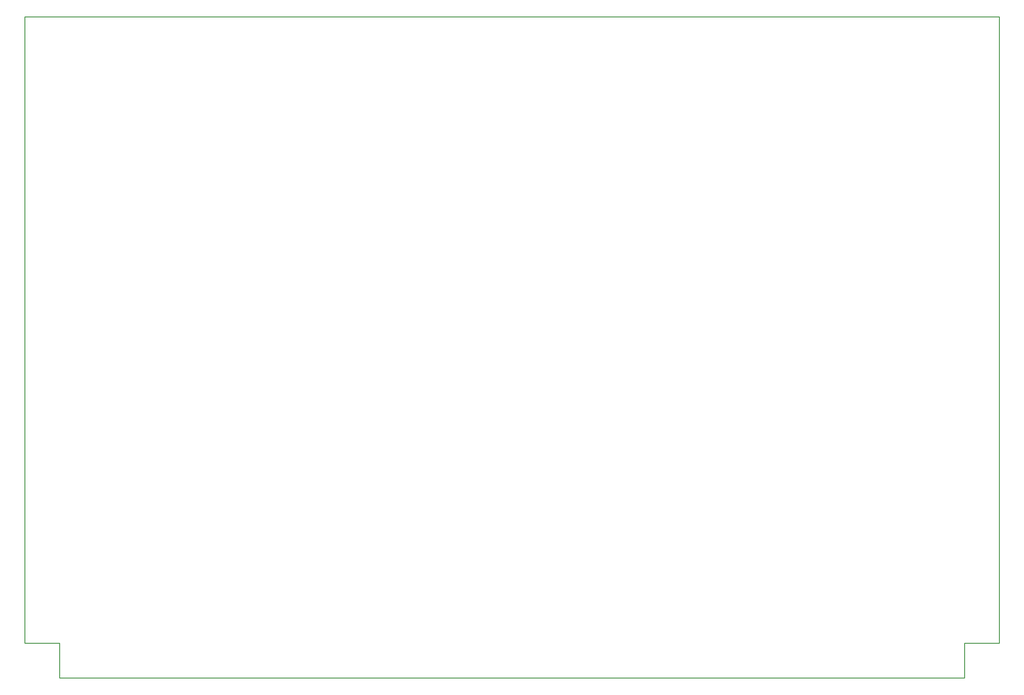
<source format=gm1>
G04*
G04 #@! TF.GenerationSoftware,Altium Limited,Altium Designer,24.9.1 (31)*
G04*
G04 Layer_Color=16711935*
%FSLAX44Y44*%
%MOMM*%
G71*
G04*
G04 #@! TF.SameCoordinates,FFAC17DA-0C39-4F23-945C-E2544D3BB645*
G04*
G04*
G04 #@! TF.FilePolarity,Positive*
G04*
G01*
G75*
%ADD10C,0.2500*%
D10*
X0Y100000D02*
X100000D01*
Y0D02*
Y100000D01*
Y0D02*
X2700000D01*
X2800000Y100000D02*
Y1900000D01*
X0D02*
X2800000D01*
X2700000Y0D02*
Y100000D01*
X2800000D01*
X0D02*
Y1900000D01*
Y100000D02*
X100000D01*
Y0D02*
Y100000D01*
Y0D02*
X2700000D01*
X2800000Y100000D02*
Y1900000D01*
X0D02*
X2800000D01*
X2700000Y0D02*
Y100000D01*
X2800000D01*
X0D02*
Y1900000D01*
M02*

</source>
